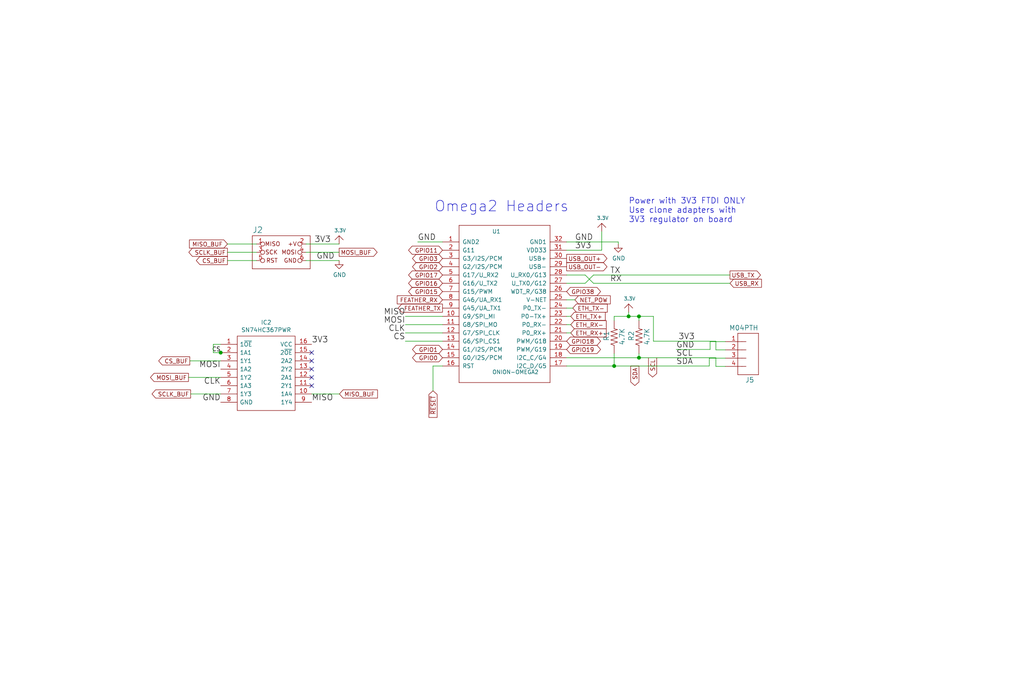
<source format=kicad_sch>
(kicad_sch (version 20201015) (generator eeschema)
  (page 1 6)
  (paper "User" 314.452 210.007)
  (lib_symbols
    (symbol "Omega2-IO-Power-eagle-import:3.3V" (power) (pin_names (offset 1.016))
      (property "Value" "3.3V" (at -1.524 1.016 0))
      (symbol "3.3V_1_0"
        (polyline (pts (xy -1.27 -1.27) (xy 0 0)))
        (polyline (pts (xy 0 0) (xy 1.27 -1.27)))
        (pin power_in line (at 0 -2.54 90) (length 2.54) (name "3.3V") (number "1"))
      )
    )
    (symbol "Omega2-IO-Power-eagle-import:CON_HEADER_PRG_AVR_ICSP-PTH" (pin_names (offset 1.016))
      (property "Reference" "J" (at -8.89 5.842 0))
      (symbol "CON_HEADER_PRG_AVR_ICSP-PTH_1_0"
        (text "+V" (at 4.826 3.302 0) (effects (font (size 1.27 1.27)) (justify right top)))
        (text "GND" (at 4.826 -1.778 0) (effects (font (size 1.27 1.27)) (justify right top)))
        (text "MISO" (at -0.254 3.302 0) (effects (font (size 1.27 1.27)) (justify right top)))
        (text "MOSI" (at 4.826 0.762 0) (effects (font (size 1.27 1.27)) (justify right top)))
        (text "RST" (at -1.016 -1.778 0) (effects (font (size 1.27 1.27)) (justify right top)))
        (text "SCK" (at -1.016 0.762 0) (effects (font (size 1.27 1.27)) (justify right top)))
        (polyline (pts (xy -8.89 -5.08) (xy -8.89 5.08)))
        (polyline (pts (xy -8.89 5.08) (xy 8.89 5.08)))
        (polyline (pts (xy 8.89 -5.08) (xy -8.89 -5.08)))
        (polyline (pts (xy 8.89 5.08) (xy 8.89 -5.08)))
        (pin passive inverted (at -7.62 2.54 0) (length 2.54) (name "MISO") (number "1"))
        (pin passive inverted (at 7.62 2.54 180) (length 2.54) (name "+V") (number "2"))
        (pin passive inverted (at -7.62 0 0) (length 2.54) (name "SCK") (number "3"))
        (pin passive inverted (at 7.62 0 180) (length 2.54) (name "MOSI") (number "4"))
        (pin passive inverted (at -7.62 -2.54 0) (length 2.54) (name "RST") (number "5"))
        (pin passive inverted (at 7.62 -2.54 180) (length 2.54) (name "GND") (number "6"))
      )
    )
    (symbol "Omega2-IO-Power-eagle-import:M04PTH" (pin_names (offset 1.016))
      (property "Reference" "JP" (at -5.08 8.382 0))
      (property "Value" "M04PTH" (at -5.08 -7.62 0))
      (symbol "M04PTH_1_0"
        (polyline (pts (xy -5.08 7.62) (xy -5.08 -5.08)))
        (polyline (pts (xy -5.08 7.62) (xy 1.27 7.62)))
        (polyline (pts (xy -1.27 -2.54) (xy 0 -2.54)))
        (polyline (pts (xy -1.27 0) (xy 0 0)))
        (polyline (pts (xy -1.27 2.54) (xy 0 2.54)))
        (polyline (pts (xy -1.27 5.08) (xy 0 5.08)))
        (polyline (pts (xy 1.27 -5.08) (xy -5.08 -5.08)))
        (polyline (pts (xy 1.27 -5.08) (xy 1.27 7.62)))
        (pin passive line (at 5.08 -2.54 180) (length 5.08) (name "1") (number "1"))
        (pin passive line (at 5.08 0 180) (length 5.08) (name "2") (number "2"))
        (pin passive line (at 5.08 2.54 180) (length 5.08) (name "3") (number "3"))
        (pin passive line (at 5.08 5.08 180) (length 5.08) (name "4") (number "4"))
      )
    )
    (symbol "Omega2-IO-Power-eagle-import:ONION-OMEGA2" (pin_names (offset 1.016))
      (property "Reference" "U" (at -7.62 17.78 0))
      (property "Value" "ONION-OMEGA2" (at -7.62 -25.4 0))
      (symbol "ONION-OMEGA2_1_0"
        (polyline (pts (xy -17.78 -27.94) (xy 10.16 -27.94)))
        (polyline (pts (xy -17.78 20.32) (xy -17.78 -27.94)))
        (polyline (pts (xy 10.16 -27.94) (xy 10.16 20.32)))
        (polyline (pts (xy 10.16 20.32) (xy -17.78 20.32)))
        (pin bidirectional line (at -22.86 15.24 0) (length 5.08) (name "GND2") (number "1"))
        (pin bidirectional line (at -22.86 -7.62 0) (length 5.08) (name "G9/SPI_MI") (number "10"))
        (pin bidirectional line (at -22.86 -10.16 0) (length 5.08) (name "G8/SPI_MO") (number "11"))
        (pin bidirectional line (at -22.86 -12.7 0) (length 5.08) (name "G7/SPI_CLK") (number "12"))
        (pin bidirectional line (at -22.86 -15.24 0) (length 5.08) (name "G6/SPI_CS1") (number "13"))
        (pin bidirectional line (at -22.86 -17.78 0) (length 5.08) (name "G1/I2S/PCM") (number "14"))
        (pin bidirectional line (at -22.86 -20.32 0) (length 5.08) (name "G0/I2S/PCM") (number "15"))
        (pin bidirectional line (at -22.86 -22.86 0) (length 5.08) (name "RST") (number "16"))
        (pin bidirectional line (at 15.24 -22.86 180) (length 5.08) (name "I2C_D/G5") (number "17"))
        (pin bidirectional line (at 15.24 -20.32 180) (length 5.08) (name "I2C_C/G4") (number "18"))
        (pin bidirectional line (at 15.24 -17.78 180) (length 5.08) (name "PWM/G19") (number "19"))
        (pin bidirectional line (at -22.86 12.7 0) (length 5.08) (name "G11") (number "2"))
        (pin bidirectional line (at 15.24 -15.24 180) (length 5.08) (name "PWM/G18") (number "20"))
        (pin bidirectional line (at 15.24 -12.7 180) (length 5.08) (name "P0_RX+") (number "21"))
        (pin bidirectional line (at 15.24 -10.16 180) (length 5.08) (name "P0_RX-") (number "22"))
        (pin bidirectional line (at 15.24 -7.62 180) (length 5.08) (name "P0-TX+") (number "23"))
        (pin bidirectional line (at 15.24 -5.08 180) (length 5.08) (name "P0_TX-") (number "24"))
        (pin bidirectional line (at 15.24 -2.54 180) (length 5.08) (name "V-NET") (number "25"))
        (pin bidirectional line (at 15.24 0 180) (length 5.08) (name "WDT_R/G38") (number "26"))
        (pin bidirectional line (at 15.24 2.54 180) (length 5.08) (name "U_TX0/G12") (number "27"))
        (pin bidirectional line (at 15.24 5.08 180) (length 5.08) (name "U_RX0/G13") (number "28"))
        (pin bidirectional line (at 15.24 7.62 180) (length 5.08) (name "USB-") (number "29"))
        (pin bidirectional line (at -22.86 10.16 0) (length 5.08) (name "G3/I2S/PCM") (number "3"))
        (pin bidirectional line (at 15.24 10.16 180) (length 5.08) (name "USB+") (number "30"))
        (pin bidirectional line (at 15.24 12.7 180) (length 5.08) (name "VDD33") (number "31"))
        (pin bidirectional line (at 15.24 15.24 180) (length 5.08) (name "GND1") (number "32"))
        (pin bidirectional line (at -22.86 7.62 0) (length 5.08) (name "G2/I2S/PCM") (number "4"))
        (pin bidirectional line (at -22.86 5.08 0) (length 5.08) (name "G17/U_RX2") (number "5"))
        (pin bidirectional line (at -22.86 2.54 0) (length 5.08) (name "G16/U_TX2") (number "6"))
        (pin bidirectional line (at -22.86 0 0) (length 5.08) (name "G15/PWM") (number "7"))
        (pin bidirectional line (at -22.86 -2.54 0) (length 5.08) (name "G46/UA_RX1") (number "8"))
        (pin bidirectional line (at -22.86 -5.08 0) (length 5.08) (name "G45/UA_TX1") (number "9"))
      )
    )
    (symbol "Omega2-IO-Power-eagle-import:RESISTOR0805-RES" (pin_names (offset 1.016))
      (property "Reference" "R" (at -3.81 1.4986 0))
      (property "Value" "RESISTOR0805-RES" (at -3.81 -3.302 0))
      (symbol "RESISTOR0805-RES_1_0"
        (polyline (pts (xy -2.54 0) (xy -2.159 1.016)))
        (polyline (pts (xy -2.159 1.016) (xy -1.524 -1.016)))
        (polyline (pts (xy -1.524 -1.016) (xy -0.889 1.016)))
        (polyline (pts (xy -0.889 1.016) (xy -0.254 -1.016)))
        (polyline (pts (xy -0.254 -1.016) (xy 0.381 1.016)))
        (polyline (pts (xy 0.381 1.016) (xy 1.016 -1.016)))
        (polyline (pts (xy 1.016 -1.016) (xy 1.651 1.016)))
        (polyline (pts (xy 1.651 1.016) (xy 2.286 -1.016)))
        (polyline (pts (xy 2.286 -1.016) (xy 2.54 0)))
        (pin passive line (at -5.08 0 0) (length 2.54) (name "1") (number "1"))
        (pin passive line (at 5.08 0 180) (length 2.54) (name "2") (number "2"))
      )
    )
    (symbol "SN74HC367PWR:SN74HC367PWR" (pin_names (offset 0.762))
      (property "Reference" "IC" (at 24.13 7.62 0))
      (property "Value" "SN74HC367PWR" (at 24.13 5.08 0))
      (symbol "SN74HC367PWR_0_1"
        (polyline (pts (xy 5.08 2.54) (xy 22.86 2.54) (xy 22.86 -20.32) (xy 5.08 -20.32) (xy 5.08 2.54)) (stroke (width 0.1524)))
      )
      (symbol "SN74HC367PWR_0_0"
        (pin input line (at 0 0 0) (length 5.08) (name "1~OE") (number "1"))
        (pin input line (at 0 -2.54 0) (length 5.08) (name "1A1") (number "2"))
        (pin output line (at 0 -5.08 0) (length 5.08) (name "1Y1") (number "3"))
        (pin input line (at 0 -7.62 0) (length 5.08) (name "1A2") (number "4"))
        (pin output line (at 0 -10.16 0) (length 5.08) (name "1Y2") (number "5"))
        (pin input line (at 0 -12.7 0) (length 5.08) (name "1A3") (number "6"))
        (pin output line (at 0 -15.24 0) (length 5.08) (name "1Y3") (number "7"))
        (pin power_in line (at 0 -17.78 0) (length 5.08) (name "GND") (number "8"))
        (pin power_in line (at 27.94 0 180) (length 5.08) (name "VCC") (number "16"))
        (pin input line (at 27.94 -2.54 180) (length 5.08) (name "2~OE") (number "15"))
        (pin input line (at 27.94 -5.08 180) (length 5.08) (name "2A2") (number "14"))
        (pin output line (at 27.94 -7.62 180) (length 5.08) (name "2Y2") (number "13"))
        (pin input line (at 27.94 -10.16 180) (length 5.08) (name "2A1") (number "12"))
        (pin output line (at 27.94 -12.7 180) (length 5.08) (name "2Y1") (number "11"))
        (pin input line (at 27.94 -15.24 180) (length 5.08) (name "1A4") (number "10"))
        (pin output line (at 27.94 -17.78 180) (length 5.08) (name "1Y4") (number "9"))
      )
    )
    (symbol "power:GND" (power) (pin_names (offset 0))
      (property "Value" "GND" (at 0 -3.81 0))
      (symbol "GND_0_1"
        (polyline (pts (xy 0 0) (xy 0 -1.27) (xy 1.27 -1.27) (xy 0 -2.54) (xy -1.27 -1.27) (xy 0 -1.27)))
      )
      (symbol "GND_1_1"
        (pin power_in line (at 0 0 270) (length 0) hide (name "GND") (number "1"))
      )
    )
  )
  (junction (at 67.7672 108.2802) (diameter 1.016))
  (junction (at 188.595 112.395) (diameter 1.016))
  (junction (at 193.04 97.155) (diameter 1.016))
  (junction (at 196.215 97.155) (diameter 1.016))
  (junction (at 196.215 109.855) (diameter 1.016))
  (no_connect (at 95.7072 110.8202))
  (no_connect (at 95.7072 115.9002))
  (no_connect (at 95.7072 108.2802))
  (no_connect (at 95.7072 113.3602))
  (no_connect (at 95.7072 118.4402))
  (wire (pts (xy 65.5066 105.7402) (xy 65.5066 108.2802)))
  (wire (pts (xy 65.5066 108.2802) (xy 67.7672 108.2802)))
  (wire (pts (xy 67.7672 105.7402) (xy 65.5066 105.7402)))
  (wire (pts (xy 67.7672 108.2802) (xy 67.7926 108.2802)))
  (wire (pts (xy 67.7672 110.8202) (xy 58.293 110.8202)))
  (wire (pts (xy 67.7672 115.9002) (xy 57.8866 115.9002)))
  (wire (pts (xy 67.7672 120.9802) (xy 58.547 120.9802)))
  (wire (pts (xy 78.74 74.93) (xy 69.85 74.93)))
  (wire (pts (xy 78.74 77.47) (xy 69.85 77.47)))
  (wire (pts (xy 78.74 80.01) (xy 69.85 80.01)))
  (wire (pts (xy 93.98 74.93) (xy 104.14 74.93)))
  (wire (pts (xy 93.98 77.47) (xy 104.14 77.47)))
  (wire (pts (xy 93.98 80.01) (xy 104.14 80.01)))
  (wire (pts (xy 95.7072 120.9802) (xy 104.2416 120.9802)))
  (wire (pts (xy 124.46 97.155) (xy 135.89 97.155)))
  (wire (pts (xy 124.46 99.695) (xy 135.89 99.695)))
  (wire (pts (xy 124.46 102.235) (xy 135.89 102.235)))
  (wire (pts (xy 124.46 104.775) (xy 135.89 104.775)))
  (wire (pts (xy 128.27 74.295) (xy 135.89 74.295)))
  (wire (pts (xy 132.969 112.395) (xy 132.969 120.015)))
  (wire (pts (xy 135.89 112.395) (xy 132.969 112.395)))
  (wire (pts (xy 173.99 74.295) (xy 189.865 74.295)))
  (wire (pts (xy 173.99 76.835) (xy 184.785 76.835)))
  (wire (pts (xy 173.99 86.995) (xy 179.705 86.995)))
  (wire (pts (xy 173.99 92.075) (xy 176.53 92.075)))
  (wire (pts (xy 173.99 94.615) (xy 175.895 94.615)))
  (wire (pts (xy 173.99 97.155) (xy 175.26 97.155)))
  (wire (pts (xy 173.99 99.695) (xy 175.26 99.695)))
  (wire (pts (xy 173.99 102.235) (xy 175.26 102.235)))
  (wire (pts (xy 173.99 109.855) (xy 196.215 109.855)))
  (wire (pts (xy 173.99 112.395) (xy 188.595 112.395)))
  (wire (pts (xy 179.705 84.455) (xy 173.99 84.455)))
  (wire (pts (xy 179.705 86.995) (xy 182.245 84.455)))
  (wire (pts (xy 182.245 84.455) (xy 224.155 84.455)))
  (wire (pts (xy 182.245 86.995) (xy 179.705 84.455)))
  (wire (pts (xy 182.245 86.995) (xy 224.155 86.995)))
  (wire (pts (xy 184.785 71.12) (xy 184.785 76.835)))
  (wire (pts (xy 188.595 97.155) (xy 193.04 97.155)))
  (wire (pts (xy 188.595 98.425) (xy 188.595 97.155)))
  (wire (pts (xy 188.595 108.585) (xy 188.595 112.395)))
  (wire (pts (xy 188.595 112.395) (xy 217.805 112.395)))
  (wire (pts (xy 189.865 74.295) (xy 189.865 74.93)))
  (wire (pts (xy 193.04 97.155) (xy 193.04 95.885)))
  (wire (pts (xy 193.04 97.155) (xy 196.215 97.155)))
  (wire (pts (xy 196.215 97.155) (xy 200.66 97.155)))
  (wire (pts (xy 196.215 98.425) (xy 196.215 97.155)))
  (wire (pts (xy 196.215 108.585) (xy 196.215 109.855)))
  (wire (pts (xy 196.215 109.855) (xy 219.837 109.855)))
  (wire (pts (xy 200.66 97.155) (xy 200.66 104.775)))
  (wire (pts (xy 200.66 104.775) (xy 219.837 104.775)))
  (wire (pts (xy 207.645 107.315) (xy 218.059 107.315)))
  (wire (pts (xy 217.805 109.982) (xy 222.758 109.982)))
  (wire (pts (xy 217.805 112.395) (xy 217.805 109.982)))
  (wire (pts (xy 218.059 104.902) (xy 222.758 104.902)))
  (wire (pts (xy 218.059 107.315) (xy 218.059 104.902)))
  (wire (pts (xy 219.837 107.442) (xy 219.837 104.775)))
  (wire (pts (xy 219.837 109.855) (xy 219.837 112.522)))
  (wire (pts (xy 219.837 112.522) (xy 222.758 112.522)))
  (wire (pts (xy 222.758 107.442) (xy 219.837 107.442)))
  (text "Omega2 Headers" (at 133.35 65.405 0) (effects (font (size 3.2258 3.2258)) (justify left bottom)))
  (text "Power with 3V3 FTDI ONLY\nUse clone adapters with\n3V3 regulator on board" (at 193.04 68.58 0) (effects (font (size 1.778 1.778)) (justify left bottom)))
  (label "CS" (at 67.7672 108.2802 180))
  (label "MOSI" (at 67.7672 113.3602 180) (effects (font (size 1.778 1.778))))
  (label "CLK" (at 67.7672 118.4402 180) (effects (font (size 1.778 1.778))))
  (label "GND" (at 67.7672 123.5202 180) (effects (font (size 1.778 1.778))))
  (label "3V3" (at 95.7072 105.7402 0) (effects (font (size 1.778 1.778))))
  (label "MISO" (at 95.7072 123.5202 0) (effects (font (size 1.778 1.778))))
  (label "3V3" (at 96.52 74.93 0) (effects (font (size 1.778 1.778))))
  (label "GND" (at 97.155 80.01 0) (effects (font (size 1.778 1.778))))
  (label "MISO" (at 124.46 97.155 180) (effects (font (size 1.778 1.778))))
  (label "MOSI" (at 124.46 99.695 180) (effects (font (size 1.778 1.778))))
  (label "CLK" (at 124.46 102.235 180) (effects (font (size 1.778 1.778))))
  (label "CS" (at 124.46 104.775 180) (effects (font (size 1.778 1.778))))
  (label "GND" (at 128.27 74.295 0) (effects (font (size 1.778 1.778))))
  (label "GND" (at 176.53 74.295 0) (effects (font (size 1.778 1.778))))
  (label "3V3" (at 176.53 76.835 0) (effects (font (size 1.778 1.778))))
  (label "TX" (at 187.325 84.455 0) (effects (font (size 1.778 1.778))))
  (label "RX" (at 187.325 86.995 0) (effects (font (size 1.778 1.778))))
  (label "GND" (at 207.645 107.315 0) (effects (font (size 1.778 1.778))))
  (label "SCL" (at 207.645 109.855 0) (effects (font (size 1.778 1.778))))
  (label "SDA" (at 207.645 112.395 0) (effects (font (size 1.778 1.778))))
  (label "3V3" (at 208.28 104.775 0) (effects (font (size 1.778 1.778))))
  (global_label "MOSI_BUF" (shape output) (at 57.8866 115.9002 180))
  (global_label "CS_BUF" (shape output) (at 58.293 110.8202 180))
  (global_label "SCLK_BUF" (shape output) (at 58.547 120.9802 180))
  (global_label "MISO_BUF" (shape input) (at 69.85 74.93 180))
  (global_label "SCLK_BUF" (shape output) (at 69.85 77.47 180))
  (global_label "CS_BUF" (shape output) (at 69.85 80.01 180))
  (global_label "MOSI_BUF" (shape output) (at 104.14 77.47 0))
  (global_label "MISO_BUF" (shape input) (at 104.2416 120.9802 0))
  (global_label "~RESET" (shape input) (at 132.969 120.015 270))
  (global_label "GPIO11" (shape bidirectional) (at 135.89 76.835 180))
  (global_label "GPIO3" (shape bidirectional) (at 135.89 79.375 180))
  (global_label "GPIO2" (shape bidirectional) (at 135.89 81.915 180))
  (global_label "GPIO17" (shape bidirectional) (at 135.89 84.455 180))
  (global_label "GPIO16" (shape bidirectional) (at 135.89 86.995 180))
  (global_label "GPIO15" (shape bidirectional) (at 135.89 89.535 180))
  (global_label "FEATHER_RX" (shape input) (at 135.89 92.075 180))
  (global_label "FEATHER_TX" (shape output) (at 135.89 94.615 180))
  (global_label "GPIO1" (shape bidirectional) (at 135.89 107.315 180))
  (global_label "GPIO0" (shape bidirectional) (at 135.89 109.855 180))
  (global_label "USB_OUT+" (shape output) (at 173.99 79.375 0))
  (global_label "USB_OUT-" (shape output) (at 173.99 81.915 0))
  (global_label "GPIO38" (shape bidirectional) (at 173.99 89.535 0))
  (global_label "GPIO18" (shape bidirectional) (at 173.99 104.775 0))
  (global_label "GPIO19" (shape bidirectional) (at 173.99 107.315 0))
  (global_label "ETH_TX+" (shape input) (at 175.26 97.155 0))
  (global_label "ETH_RX-" (shape input) (at 175.26 99.695 0))
  (global_label "ETH_RX+" (shape input) (at 175.26 102.235 0))
  (global_label "ETH_TX-" (shape input) (at 175.895 94.615 0))
  (global_label "NET_POW" (shape input) (at 176.53 92.075 0))
  (global_label "SDA" (shape output) (at 194.945 112.395 270))
  (global_label "SCL" (shape output) (at 200.406 109.855 270))
  (global_label "USB_TX" (shape output) (at 224.155 84.455 0))
  (global_label "USB_RX" (shape input) (at 224.155 86.995 0))
  (symbol (lib_id "power:GND") (at 104.14 80.01 0) (unit 1)
    (property "Reference" "#PWR0101" (effects hide))
    (property "Value" "GND" (at 104.267 84.4042 0))
  )
  (symbol (lib_id "power:GND") (at 189.865 74.93 0) (unit 1)
    (property "Reference" "#PWR0111" (effects hide))
    (property "Value" "GND" (at 189.992 79.3242 0))
  )
  (symbol (lib_id "Omega2-IO-Power-eagle-import:3.3V") (at 104.14 72.39 0) (unit 1)
    (property "Reference" "#U$0104" (effects hide))
    (property "Value" "3.3V" (at 102.616 71.374 0) (effects (font (size 1.0668 1.0668)) (justify left bottom)))
  )
  (symbol (lib_id "Omega2-IO-Power-eagle-import:3.3V") (at 184.785 68.58 0) (unit 1)
    (property "Reference" "#U$06" (effects hide))
    (property "Value" "3.3V" (at 183.261 67.564 0) (effects (font (size 1.0668 1.0668)) (justify left bottom)))
  )
  (symbol (lib_id "Omega2-IO-Power-eagle-import:3.3V") (at 193.04 93.345 0) (unit 1)
    (property "Reference" "#U$05" (effects hide))
    (property "Value" "3.3V" (at 191.516 92.329 0) (effects (font (size 1.0668 1.0668)) (justify left bottom)))
  )
  (symbol (lib_id "Omega2-IO-Power-eagle-import:RESISTOR0805-RES") (at 188.595 103.505 90) (unit 1)
    (property "Reference" "R1" (at 187.0964 104.775 0) (effects (font (size 1.4986 1.4986)) (justify left bottom)))
    (property "Value" "4.7K" (at 191.897 106.045 0) (effects (font (size 1.4986 1.4986)) (justify left bottom)))
    (property "Footprint" "Resistor_SMD:R_0603_1608Metric" (effects hide))
    (property "manf#" "RT0603DRE074K7L" (effects hide))
  )
  (symbol (lib_id "Omega2-IO-Power-eagle-import:RESISTOR0805-RES") (at 196.215 103.505 90) (unit 1)
    (property "Reference" "R2" (at 194.7164 104.775 0) (effects (font (size 1.4986 1.4986)) (justify left bottom)))
    (property "Value" "4.7K" (at 199.517 106.045 0) (effects (font (size 1.4986 1.4986)) (justify left bottom)))
    (property "Footprint" "Resistor_SMD:R_0603_1608Metric" (effects hide))
    (property "manf#" "RT0603DRE074K7L" (effects hide))
  )
  (symbol (lib_id "Omega2-IO-Power-eagle-import:M04PTH") (at 227.838 107.442 180) (unit 1)
    (property "Reference" "J5" (at 231.648 115.824 0) (effects (font (size 1.4986 1.4986)) (justify left bottom)))
    (property "Value" "M04PTH" (at 232.918 99.822 0) (effects (font (size 1.4986 1.4986)) (justify left bottom)))
    (property "Footprint" "Connector_JST:JST_SH_SM04B-SRSS-TB_1x04-1MP_P1.00mm_Horizontal" (effects hide))
    (property "manf#" "SM04B-SRSS-TB(LF)(SN)" (effects hide))
  )
  (symbol (lib_id "Omega2-IO-Power-eagle-import:CON_HEADER_PRG_AVR_ICSP-PTH") (at 86.36 77.47 0) (unit 1)
    (property "Reference" "J2" (at 77.47 71.628 0) (effects (font (size 1.778 1.778)) (justify left bottom)))
    (property "Value" "CON_HEADER_PRG_AVR_ICSP-PTH" (effects hide))
    (property "Footprint" "Connector_JST:JST_SH_SM06B-SRSS-TB_1x06-1MP_P1.00mm_Horizontal" (effects hide))
    (property "manf#" "SM06B-SRSS-TB(LF)(SN)" (effects hide))
  )
  (symbol (lib_id "SN74HC367PWR:SN74HC367PWR") (at 67.7672 105.7402 0) (unit 1)
    (property "Reference" "IC2" (at 81.7372 99.0092 0))
    (property "Value" "SN74HC367PWR" (at 81.7372 101.3206 0))
    (property "Footprint" "footprints:SOP65P640X120-16N" (effects hide))
    (property "Datasheet" "http://www.ti.com/lit/gpn/sn74hc367" (effects hide))
    (property "Description" "Hex Buffers And Line Drivers With 3-State Outputs" (effects hide))
    (property "Height" "1.2" (effects hide))
    (property "Mouser Part Number" "595-SN74HC367PWR" (effects hide))
    (property "Mouser Price/Stock" "https://www.mouser.co.uk/ProductDetail/Texas-Instruments/SN74HC367PWR?qs=AgY10sKTvDKld%2FQBktTc2A%3D%3D" (effects hide))
    (property "Manufacturer_Name" "Texas Instruments" (effects hide))
    (property "Manufacturer_Part_Number" "SN74HC367PWR" (effects hide))
    (property "manf#" "SN74HC367PWR" (effects hide))
  )
  (symbol (lib_id "Omega2-IO-Power-eagle-import:ONION-OMEGA2") (at 158.75 89.535 0) (unit 1)
    (property "Reference" "U1" (at 151.13 71.755 0) (effects (font (size 1.1938 1.1938)) (justify left bottom)))
    (property "Value" "ONION-OMEGA2" (at 151.13 114.935 0) (effects (font (size 1.1938 1.1938)) (justify left bottom)))
    (property "Footprint" "Module:Onion_Omega2+" (effects hide))
    (property "DNP" "NA" (effects hide))
  )
)
</source>
